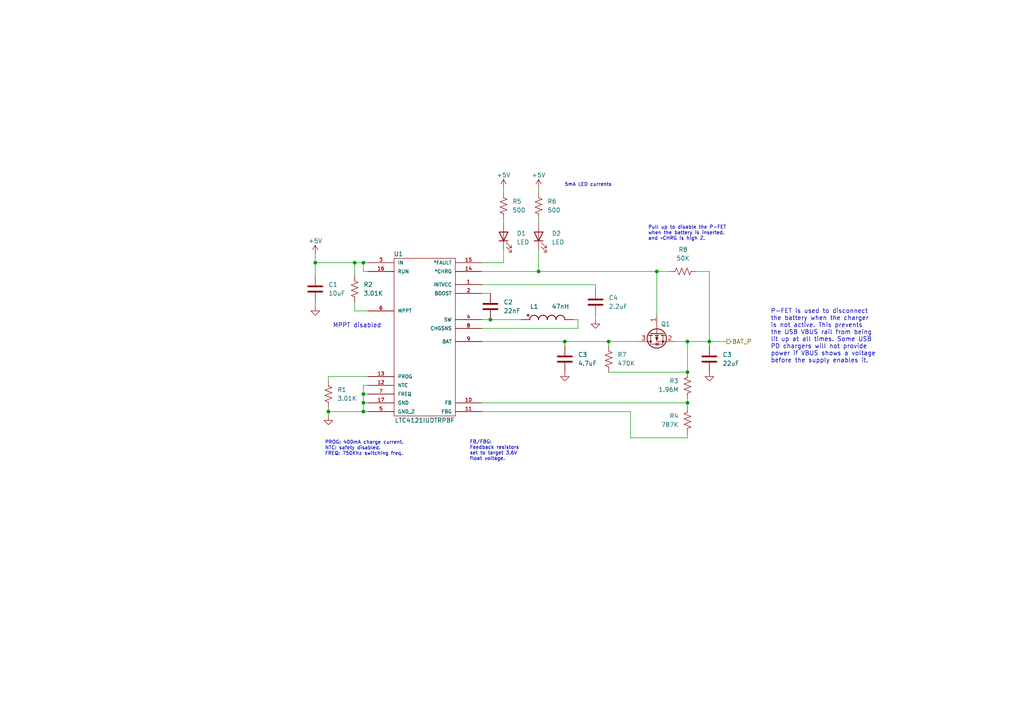
<source format=kicad_sch>
(kicad_sch (version 20211123) (generator eeschema)
  (paper "A4")
  (title_block (title "LTC4121 Charger Circuit") (date "2021-11-13"))
  (lib_symbols
    (symbol "Device:C" (pin_numbers hide) (pin_names (offset 0.254))
      (property "Reference" "C" (at 0.635 2.54 0))
      (property "Value" "C" (at 0.635 -2.54 0))
      (symbol "C_0_1"
        (polyline (pts (xy -2.032 -0.762) (xy 2.032 -0.762)) (stroke (width 0.508)))
        (polyline (pts (xy -2.032 0.762) (xy 2.032 0.762)) (stroke (width 0.508)))
      )
      (symbol "C_1_1"
        (pin passive line (at 0 3.81 270) (length 2.794) (name "~") (number "1"))
        (pin passive line (at 0 -3.81 90) (length 2.794) (name "~") (number "2"))
      )
    )
    (symbol "Device:LED" (pin_numbers hide) (pin_names (offset 1.016) hide)
      (property "Reference" "D" (at 0 2.54 0))
      (property "Value" "LED" (at 0 -2.54 0))
      (symbol "LED_0_1"
        (polyline (pts (xy -1.27 -1.27) (xy -1.27 1.27)) (stroke (width 0.254)))
        (polyline (pts (xy -1.27 0) (xy 1.27 0)))
        (polyline (pts (xy 1.27 -1.27) (xy 1.27 1.27) (xy -1.27 0) (xy 1.27 -1.27)) (stroke (width 0.254)))
        (polyline (pts (xy -3.048 -0.762) (xy -4.572 -2.286) (xy -3.81 -2.286) (xy -4.572 -2.286) (xy -4.572 -1.524)))
        (polyline (pts (xy -1.778 -0.762) (xy -3.302 -2.286) (xy -2.54 -2.286) (xy -3.302 -2.286) (xy -3.302 -1.524)))
      )
      (symbol "LED_1_1"
        (pin passive line (at -3.81 0 0) (length 2.54) (name "K") (number "1"))
        (pin passive line (at 3.81 0 180) (length 2.54) (name "A") (number "2"))
      )
    )
    (symbol "Device:R_US" (pin_numbers hide) (pin_names (offset 0))
      (property "Reference" "R" (at 2.54 0 90))
      (property "Value" "R_US" (at -2.54 0 90))
      (symbol "R_US_0_1"
        (polyline (pts (xy 0 -2.286) (xy 0 -2.54)))
        (polyline (pts (xy 0 2.286) (xy 0 2.54)))
        (polyline (pts (xy 0 -0.762) (xy 1.016 -1.143) (xy 0 -1.524) (xy -1.016 -1.905) (xy 0 -2.286)))
        (polyline (pts (xy 0 0.762) (xy 1.016 0.381) (xy 0 0) (xy -1.016 -0.381) (xy 0 -0.762)))
        (polyline (pts (xy 0 2.286) (xy 1.016 1.905) (xy 0 1.524) (xy -1.016 1.143) (xy 0 0.762)))
      )
      (symbol "R_US_1_1"
        (pin passive line (at 0 3.81 270) (length 1.27) (name "~") (number "1"))
        (pin passive line (at 0 -3.81 90) (length 1.27) (name "~") (number "2"))
      )
    )
    (symbol "LPS4018-472MRB:LPS4018-472MRB" (pin_numbers hide) (pin_names (offset 1.016) hide)
      (property "Reference" "L" (at -5.08 2.54 0))
      (property "Value" "LPS4018-472MRB" (at -5.08 -2.54 0))
      (symbol "LPS4018-472MRB_0_0"
        (circle (center -5.588 1.27) (radius 0.254) (stroke (width 0.254)))
        (arc (start -3.81 1.27) (mid -4.708 0.898) (end -5.08 0) (stroke (width 0.254)))
        (arc (start -2.54 0) (mid -2.912 0.898) (end -3.81 1.27) (stroke (width 0.254)))
        (arc (start -1.27 1.27) (mid -2.168 0.898) (end -2.54 0) (stroke (width 0.254)))
        (arc (start 0 0) (mid -0.372 0.898) (end -1.27 1.27) (stroke (width 0.254)))
        (arc (start 1.27 1.27) (mid 0.372 0.898) (end 0 0) (stroke (width 0.254)))
        (arc (start 2.54 0) (mid 2.168 0.898) (end 1.27 1.27) (stroke (width 0.254)))
        (arc (start 3.81 1.27) (mid 2.912 0.898) (end 2.54 0) (stroke (width 0.254)))
        (arc (start 5.08 0) (mid 4.708 0.898) (end 3.81 1.27) (stroke (width 0.254)))
        (pin passive line (at -7.62 0 0) (length 2.54) (name "1") (number "1"))
        (pin passive line (at 7.62 0 180) (length 2.54) (name "2") (number "2"))
      )
    )
    (symbol "LTC4121IUDTRPBF:LTC4121IUDTRPBF" (pin_names (offset 1.016))
      (property "Reference" "U1" (at 8.89 6.35 0))
      (property "Value" "LTC4121IUDTRPBF" (at 16.51 -41.91 0))
      (symbol "LTC4121IUDTRPBF_0_0"
        (polyline (pts (xy 7.62 -40.64) (xy 25.4 -40.64)) (stroke (width 0.1524)))
        (polyline (pts (xy 7.62 5.08) (xy 7.62 -40.64)) (stroke (width 0.1524)))
        (polyline (pts (xy 25.4 -40.64) (xy 25.4 5.08)) (stroke (width 0.1524)))
        (polyline (pts (xy 25.4 5.08) (xy 7.62 5.08)) (stroke (width 0.1524)))
        (pin output line (at 33.02 -2.54 180) (length 7.62) (name "INTVCC") (number "1"))
        (pin passive line (at 33.02 -36.83 180) (length 7.62) (name "FB") (number "10"))
        (pin passive line (at 33.02 -39.37 180) (length 7.62) (name "FBG") (number "11"))
        (pin input line (at 0 -31.75 0) (length 7.62) (name "NTC") (number "12"))
        (pin passive line (at 0 -29.21 0) (length 7.62) (name "PROG") (number "13"))
        (pin output line (at 33.02 1.27 180) (length 7.62) (name "*CHRG") (number "14"))
        (pin output line (at 33.02 3.81 180) (length 7.62) (name "*FAULT") (number "15"))
        (pin passive line (at 0 1.27 0) (length 7.62) (name "RUN") (number "16"))
        (pin power_in line (at 0 -36.83 0) (length 7.62) (name "GND") (number "17"))
        (pin passive line (at 33.02 -5.08 180) (length 7.62) (name "BOOST") (number "2"))
        (pin input line (at 0 3.81 0) (length 7.62) (name "IN") (number "3"))
        (pin passive line (at 33.02 -12.7 180) (length 7.62) (name "SW") (number "4"))
        (pin power_in line (at 0 -39.37 0) (length 7.62) (name "GND_2") (number "5"))
        (pin input line (at 0 -10.16 0) (length 7.62) (name "MPPT") (number "6"))
        (pin input line (at 0 -34.29 0) (length 7.62) (name "FREQ") (number "7"))
        (pin passive line (at 33.02 -15.24 180) (length 7.62) (name "CHGSNS") (number "8"))
        (pin output line (at 33.02 -19.05 180) (length 7.62) (name "BAT") (number "9"))
      )
    )
    (symbol "Transistor_FET:IRLML5203" (pin_names hide)
      (property "Reference" "Q" (at 5.08 1.905 0))
      (property "Value" "IRLML5203" (at 5.08 0 0))
      (symbol "IRLML5203_0_1"
        (polyline (pts (xy 0.254 0) (xy -2.54 0)))
        (polyline (pts (xy 0.254 1.905) (xy 0.254 -1.905)) (stroke (width 0.254)))
        (polyline (pts (xy 0.762 -1.27) (xy 0.762 -2.286)) (stroke (width 0.254)))
        (polyline (pts (xy 0.762 0.508) (xy 0.762 -0.508)) (stroke (width 0.254)))
        (polyline (pts (xy 0.762 2.286) (xy 0.762 1.27)) (stroke (width 0.254)))
        (polyline (pts (xy 2.54 2.54) (xy 2.54 1.778)))
        (polyline (pts (xy 2.54 -2.54) (xy 2.54 0) (xy 0.762 0)))
        (polyline (pts (xy 0.762 1.778) (xy 3.302 1.778) (xy 3.302 -1.778) (xy 0.762 -1.778)))
        (polyline (pts (xy 2.286 0) (xy 1.27 0.381) (xy 1.27 -0.381) (xy 2.286 0)) (fill (type outline)))
        (polyline (pts (xy 2.794 -0.508) (xy 2.921 -0.381) (xy 3.683 -0.381) (xy 3.81 -0.254)))
        (polyline (pts (xy 3.302 -0.381) (xy 2.921 0.254) (xy 3.683 0.254) (xy 3.302 -0.381)))
        (circle (center 1.651 0) (radius 2.794) (stroke (width 0.254)))
        (circle (center 2.54 -1.778) (radius 0.254) (fill (type outline)))
        (circle (center 2.54 1.778) (radius 0.254) (fill (type outline)))
      )
      (symbol "IRLML5203_1_1"
        (pin input line (at -5.08 0 0) (length 2.54) (name "G") (number "1"))
        (pin passive line (at 2.54 -5.08 90) (length 2.54) (name "S") (number "2"))
        (pin passive line (at 2.54 5.08 270) (length 2.54) (name "D") (number "3"))
      )
    )
    (symbol "power:+5V" (power) (pin_names (offset 0))
      (property "Value" "+5V" (at 0 3.556 0))
      (symbol "+5V_0_1"
        (polyline (pts (xy -0.762 1.27) (xy 0 2.54)))
        (polyline (pts (xy 0 0) (xy 0 2.54)))
        (polyline (pts (xy 0 2.54) (xy 0.762 1.27)))
      )
      (symbol "+5V_1_1"
        (pin power_in line (at 0 0 90) (length 0) hide (name "+5V") (number "1"))
      )
    )
    (symbol "power:GND" (power) (pin_names (offset 0))
      (property "Value" "GND" (at 0 -3.81 0))
      (symbol "GND_0_1"
        (polyline (pts (xy 0 0) (xy 0 -1.27) (xy 1.27 -1.27) (xy 0 -2.54) (xy -1.27 -1.27) (xy 0 -1.27)))
      )
      (symbol "GND_1_1"
        (pin power_in line (at 0 0 270) (length 0) hide (name "GND") (number "1"))
      )
    )
  )
  (junction (at 163.83 99.06))
  (junction (at 199.39 99.06))
  (junction (at 176.53 99.06))
  (junction (at 105.41 76.2))
  (junction (at 105.41 114.3))
  (junction (at 199.39 116.84))
  (junction (at 190.5 78.74))
  (junction (at 91.44 76.2))
  (junction (at 156.21 78.74))
  (junction (at 199.39 107.95))
  (junction (at 205.74 99.06))
  (junction (at 95.25 119.38))
  (junction (at 142.24 92.71))
  (junction (at 102.87 76.2))
  (junction (at 105.41 116.84))
  (junction (at 105.41 119.38))
  (wire (pts (xy 105.41 119.38) (xy 106.68 119.38)))
  (wire (pts (xy 106.68 90.17) (xy 102.87 90.17)))
  (wire (pts (xy 102.87 90.17) (xy 102.87 87.63)))
  (wire (pts (xy 176.53 99.06) (xy 185.42 99.06)))
  (wire (pts (xy 205.74 78.74) (xy 205.74 99.06)))
  (wire (pts (xy 139.7 78.74) (xy 156.21 78.74)))
  (wire (pts (xy 156.21 78.74) (xy 156.21 72.39)))
  (wire (pts (xy 95.25 119.38) (xy 95.25 120.65)))
  (wire (pts (xy 105.41 116.84) (xy 105.41 119.38)))
  (wire (pts (xy 105.41 111.76) (xy 105.41 114.3)))
  (wire (pts (xy 106.68 111.76) (xy 105.41 111.76)))
  (wire (pts (xy 105.41 114.3) (xy 105.41 116.84)))
  (wire (pts (xy 105.41 116.84) (xy 106.68 116.84)))
  (wire (pts (xy 91.44 73.66) (xy 91.44 76.2)))
  (wire (pts (xy 91.44 76.2) (xy 102.87 76.2)))
  (wire (pts (xy 199.39 99.06) (xy 199.39 107.95)))
  (wire (pts (xy 176.53 100.33) (xy 176.53 99.06)))
  (wire (pts (xy 102.87 76.2) (xy 102.87 80.01)))
  (wire (pts (xy 95.25 119.38) (xy 105.41 119.38)))
  (wire (pts (xy 95.25 118.11) (xy 95.25 119.38)))
  (wire (pts (xy 139.7 116.84) (xy 199.39 116.84)))
  (wire (pts (xy 139.7 119.38) (xy 182.88 119.38)))
  (wire (pts (xy 172.72 82.55) (xy 172.72 83.82)))
  (wire (pts (xy 139.7 82.55) (xy 172.72 82.55)))
  (wire (pts (xy 172.72 91.44) (xy 172.72 92.71)))
  (wire (pts (xy 190.5 78.74) (xy 194.31 78.74)))
  (wire (pts (xy 105.41 114.3) (xy 106.68 114.3)))
  (wire (pts (xy 139.7 99.06) (xy 163.83 99.06)))
  (wire (pts (xy 199.39 115.57) (xy 199.39 116.84)))
  (wire (pts (xy 205.74 99.06) (xy 205.74 100.33)))
  (wire (pts (xy 199.39 99.06) (xy 205.74 99.06)))
  (wire (pts (xy 199.39 127) (xy 199.39 125.73)))
  (wire (pts (xy 139.7 85.09) (xy 142.24 85.09)))
  (wire (pts (xy 182.88 127) (xy 199.39 127)))
  (wire (pts (xy 91.44 76.2) (xy 91.44 80.01)))
  (wire (pts (xy 139.7 95.25) (xy 167.64 95.25)))
  (wire (pts (xy 167.64 92.71) (xy 166.37 92.71)))
  (wire (pts (xy 167.64 95.25) (xy 167.64 92.71)))
  (wire (pts (xy 199.39 116.84) (xy 199.39 118.11)))
  (wire (pts (xy 146.05 63.5) (xy 146.05 64.77)))
  (wire (pts (xy 190.5 78.74) (xy 190.5 91.44)))
  (wire (pts (xy 95.25 109.22) (xy 95.25 110.49)))
  (wire (pts (xy 95.25 109.22) (xy 106.68 109.22)))
  (wire (pts (xy 156.21 54.61) (xy 156.21 55.88)))
  (wire (pts (xy 139.7 76.2) (xy 146.05 76.2)))
  (wire (pts (xy 146.05 72.39) (xy 146.05 76.2)))
  (wire (pts (xy 105.41 76.2) (xy 106.68 76.2)))
  (wire (pts (xy 102.87 76.2) (xy 105.41 76.2)))
  (wire (pts (xy 205.74 99.06) (xy 210.82 99.06)))
  (wire (pts (xy 91.44 87.63) (xy 91.44 88.9)))
  (wire (pts (xy 156.21 78.74) (xy 190.5 78.74)))
  (wire (pts (xy 156.21 63.5) (xy 156.21 64.77)))
  (wire (pts (xy 163.83 99.06) (xy 176.53 99.06)))
  (wire (pts (xy 142.24 92.71) (xy 151.13 92.71)))
  (wire (pts (xy 105.41 78.74) (xy 105.41 76.2)))
  (wire (pts (xy 106.68 78.74) (xy 105.41 78.74)))
  (wire (pts (xy 163.83 99.06) (xy 163.83 100.33)))
  (wire (pts (xy 195.58 99.06) (xy 199.39 99.06)))
  (wire (pts (xy 182.88 119.38) (xy 182.88 127)))
  (wire (pts (xy 139.7 92.71) (xy 142.24 92.71)))
  (wire (pts (xy 201.93 78.74) (xy 205.74 78.74)))
  (wire (pts (xy 176.53 107.95) (xy 199.39 107.95)))
  (wire (pts (xy 146.05 54.61) (xy 146.05 55.88)))
  (text "PROG: 400mA charge current.\nNTC: safety disabled.\nFREQ: 750Khz switching freq." (at 94.22 132.23 0) (effects (font (size 1 1)) (justify left bottom)))
  (text "P-FET is used to disconnect\nthe battery when the charger\nis not active. This prevents\nthe USB VBUS rail from being \nlit up at all times. Some USB\nPD chargers will not provide\npower if VBUS shows a voltage\nbefore the supply enables it." (at 223.52 105.41 0) (effects (font (size 1.27 1.27)) (justify left bottom)))
  (text "5mA LED currents" (at 163.72 54.23 0) (effects (font (size 1 1)) (justify left bottom)))
  (text "FB/FBG:\nFeedback resistors \nset to target 3.6V \nfloat voltage." (at 136.22 133.73 0) (effects (font (size 1 1)) (justify left bottom)))
  (text "Pull up to disable the P-FET\nwhen the battery is inserted.\nand ~CHRG is high Z." (at 187.96 69.85 0) (effects (font (size 1 1)) (justify left bottom)))
  (text "MPPT disabled" (at 96.52 95.25 0) (effects (font (size 1.27 1.27)) (justify left bottom)))
  (hierarchical_label "BAT_P" (shape output) (at 210.82 99.06 0))
  (symbol (lib_id "Device:R_US") (at 199.39 111.76 0) (mirror y)
    (property "Reference" "R3" (at 196.85 110.4899 0) (effects (justify left)))
    (property "Value" "1.96M" (at 196.85 113.0299 0) (effects (justify left)))
    (property "Footprint" "Resistor_SMD:R_0402_1005Metric" (effects hide))
  )
  (symbol (lib_id "Transistor_FET:IRLML5203") (at 190.5 96.52 90) (mirror x)
    (property "Reference" "Q1" (at 193.04 93.98 90))
    (property "Value" "SI2343DS" (effects hide))
    (property "Footprint" "Package_TO_SOT_SMD:SOT-23" (effects hide))
    (property "Datasheet" "https://www.vishay.com/docs/72079/72079.pdf" (effects hide))
  )
  (symbol (lib_id "Device:LED") (at 146.05 68.58 90)
    (property "Reference" "D1" (at 149.86 67.6908 90) (effects (justify right)))
    (property "Value" "LED" (at 149.86 70.2308 90) (effects (justify right)))
    (property "Footprint" "LED_SMD:LED_0603_1608Metric" (effects hide))
  )
  (symbol (lib_id "Device:R_US") (at 146.05 59.69 0)
    (property "Reference" "R5" (at 148.59 58.4199 0) (effects (justify left)))
    (property "Value" "500" (at 148.59 60.9599 0) (effects (justify left)))
    (property "Footprint" "Resistor_SMD:R_0402_1005Metric" (effects hide))
  )
  (symbol (lib_id "Device:R_US") (at 102.87 83.82 0)
    (property "Reference" "R2" (at 105.41 82.5499 0) (effects (justify left)))
    (property "Value" "3.01K" (at 105.41 85.0899 0) (effects (justify left)))
    (property "Footprint" "Resistor_SMD:R_0402_1005Metric" (effects hide))
  )
  (symbol (lib_id "power:GND") (at 172.72 92.71 0)
    (property "Reference" "#PWR07" (effects hide))
    (property "Value" "GND" (effects hide))
  )
  (symbol (lib_id "Device:LED") (at 156.21 68.58 90)
    (property "Reference" "D2" (at 160.02 67.6908 90) (effects (justify right)))
    (property "Value" "LED" (at 160.02 70.2308 90) (effects (justify right)))
    (property "Footprint" "LED_SMD:LED_0603_1608Metric" (effects hide))
  )
  (symbol (lib_id "Device:C") (at 91.44 83.82 0)
    (property "Reference" "C1" (at 95.25 82.5499 0) (effects (justify left)))
    (property "Value" "10uF" (at 95.25 85.0899 0) (effects (justify left)))
    (property "Footprint" "Capacitor_SMD:C_1206_3216Metric" (effects hide))
  )
  (symbol (lib_id "Device:C") (at 172.72 87.63 0)
    (property "Reference" "C4" (at 176.53 86.3599 0) (effects (justify left)))
    (property "Value" "2.2uF" (at 176.53 88.8999 0) (effects (justify left)))
    (property "Footprint" "Capacitor_SMD:C_0402_1005Metric" (effects hide))
  )
  (symbol (lib_id "power:GND") (at 91.44 88.9 0)
    (property "Reference" "#PWR02" (effects hide))
    (property "Value" "GND" (effects hide))
  )
  (symbol (lib_id "power:+5V") (at 156.21 54.61 0)
    (property "Reference" "#PWR05" (effects hide))
    (property "Value" "+5V" (at 156.21 50.8 0))
  )
  (symbol (lib_id "Device:R_US") (at 198.12 78.74 90)
    (property "Reference" "R8" (at 198.12 72.39 90))
    (property "Value" "50K" (at 198.12 74.93 90))
    (property "Footprint" "Resistor_SMD:R_0402_1005Metric" (effects hide))
  )
  (symbol (lib_id "power:GND") (at 205.74 107.95 0)
    (property "Reference" "#PWR06" (effects hide))
    (property "Value" "GND" (effects hide))
  )
  (symbol (lib_id "LPS4018-472MRB:LPS4018-472MRB") (at 158.75 92.71 0)
    (property "Reference" "L1" (at 154.94 88.9 0))
    (property "Value" "47nH" (at 162.56 88.9 0))
    (property "Footprint" "INDP_LPS4018-472MRB" (effects hide))
    (property "MF" "Coilcraft" (effects hide))
  )
  (symbol (lib_id "Device:R_US") (at 176.53 104.14 0)
    (property "Reference" "R7" (at 179.07 102.8699 0) (effects (justify left)))
    (property "Value" "470K" (at 179.07 105.4099 0) (effects (justify left)))
    (property "Footprint" "Resistor_SMD:R_0402_1005Metric" (effects hide))
  )
  (symbol (lib_id "Device:C") (at 142.24 88.9 0)
    (property "Reference" "C2" (at 146.05 87.6299 0) (effects (justify left)))
    (property "Value" "22nF" (at 146.05 90.1699 0) (effects (justify left)))
    (property "Footprint" "Capacitor_SMD:C_0402_1005Metric" (effects hide))
  )
  (symbol (lib_id "Device:C") (at 205.74 104.14 0)
    (property "Reference" "C3" (at 209.55 102.8699 0) (effects (justify left)))
    (property "Value" "22uF" (at 209.55 105.4099 0) (effects (justify left)))
    (property "Footprint" "Capacitor_SMD:C_0402_1005Metric" (effects hide))
  )
  (symbol (lib_id "Device:R_US") (at 95.25 114.3 180)
    (property "Reference" "R1" (at 97.79 113.0299 0) (effects (justify right)))
    (property "Value" "3.01K" (at 97.79 115.5699 0) (effects (justify right)))
    (property "Footprint" "Resistor_SMD:R_0402_1005Metric" (effects hide))
  )
  (symbol (lib_id "LTC4121IUDTRPBF:LTC4121IUDTRPBF") (at 106.68 80.01 0)
    (property "Reference" "U1" (at 115.57 73.66 0))
    (property "Value" "LTC4121IUDTRPBF" (at 123.19 121.92 0))
    (property "Footprint" "QFN-16_UD" (effects hide))
    (property "VENDOR" "Linear Technology" (effects hide))
    (property "MANUFACTURER_PART_NUMBER" "ltc4121iud#trpbf" (effects hide))
  )
  (symbol (lib_id "Device:C") (at 163.83 104.14 0)
    (property "Reference" "C3" (at 167.64 102.8699 0) (effects (justify left)))
    (property "Value" "4.7uF" (at 167.64 105.4099 0) (effects (justify left)))
    (property "Footprint" "Capacitor_SMD:C_0402_1005Metric" (effects hide))
  )
  (symbol (lib_id "power:+5V") (at 91.44 73.66 0)
    (property "Reference" "#PWR01" (effects hide))
    (property "Value" "+5V" (at 91.44 69.85 0))
  )
  (symbol (lib_id "Device:R_US") (at 199.39 121.92 0) (mirror y)
    (property "Reference" "R4" (at 196.85 120.6499 0) (effects (justify left)))
    (property "Value" "787K" (at 196.85 123.1899 0) (effects (justify left)))
    (property "Footprint" "Resistor_SMD:R_0402_1005Metric" (effects hide))
  )
  (symbol (lib_id "power:GND") (at 163.83 107.95 0)
    (property "Reference" "#PWR011" (effects hide))
    (property "Value" "GND" (effects hide))
  )
  (symbol (lib_id "power:GND") (at 95.25 120.65 0)
    (property "Reference" "#PWR03" (effects hide))
    (property "Value" "GND" (effects hide))
  )
  (symbol (lib_id "power:+5V") (at 146.05 54.61 0)
    (property "Reference" "#PWR04" (effects hide))
    (property "Value" "+5V" (at 146.05 50.8 0))
  )
  (symbol (lib_id "Device:R_US") (at 156.21 59.69 0)
    (property "Reference" "R6" (at 158.75 58.4199 0) (effects (justify left)))
    (property "Value" "500" (at 158.75 60.9599 0) (effects (justify left)))
    (property "Footprint" "Resistor_SMD:R_0402_1005Metric" (effects hide))
  )
)
</source>
